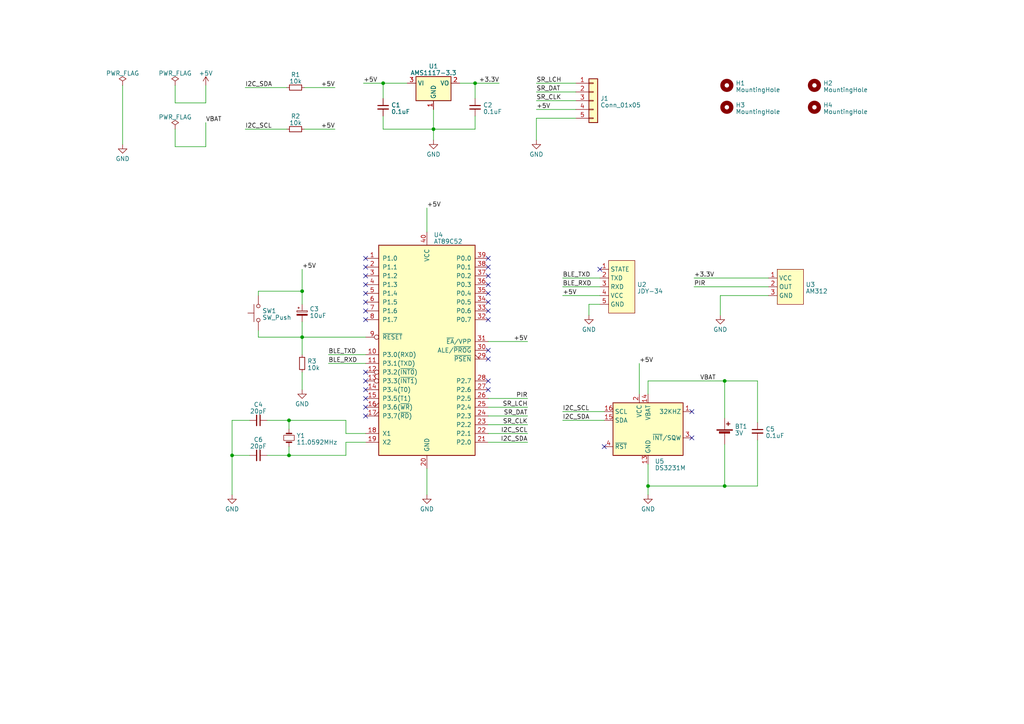
<source format=kicad_sch>
(kicad_sch (version 20230121) (generator eeschema)
  (paper "A4")
  (lib_symbols
    (symbol "Connector_Generic:Conn_01x05" (pin_names (offset 1.016) hide)
      (property "Reference" "J" (at 0 7.62 0))
      (property "Value" "Conn_01x05" (at 0 -7.62 0))
      (symbol "Conn_01x05_1_1"
        (rectangle (start -1.27 -4.953) (end 0 -5.207) (stroke (width 0.1524)))
        (rectangle (start -1.27 -2.413) (end 0 -2.667) (stroke (width 0.1524)))
        (rectangle (start -1.27 0.127) (end 0 -0.127) (stroke (width 0.1524)))
        (rectangle (start -1.27 2.667) (end 0 2.413) (stroke (width 0.1524)))
        (rectangle (start -1.27 5.207) (end 0 4.953) (stroke (width 0.1524)))
        (rectangle (start -1.27 6.35) (end 1.27 -6.35) (stroke (width 0.254)) (fill (type background)))
        (pin passive line (at -5.08 5.08 0) (length 3.81) (name "Pin_1") (number "1"))
        (pin passive line (at -5.08 2.54 0) (length 3.81) (name "Pin_2") (number "2"))
        (pin passive line (at -5.08 0 0) (length 3.81) (name "Pin_3") (number "3"))
        (pin passive line (at -5.08 -2.54 0) (length 3.81) (name "Pin_4") (number "4"))
        (pin passive line (at -5.08 -5.08 0) (length 3.81) (name "Pin_5") (number "5"))
      )
    )
    (symbol "Device:Battery_Cell" (pin_numbers hide) (pin_names (offset 0) hide)
      (property "Reference" "BT" (at 2.54 2.54 0))
      (property "Value" "Battery_Cell" (at 2.54 0 0))
      (symbol "Battery_Cell_0_1"
        (rectangle (start -2.286 1.778) (end 2.286 1.524) (fill (type outline)))
        (rectangle (start -1.5748 1.1938) (end 1.4732 0.6858) (fill (type outline)))
        (polyline (pts (xy 0 0.762) (xy 0 0)))
        (polyline (pts (xy 0 1.778) (xy 0 2.54)))
        (polyline (pts (xy 0.508 3.429) (xy 1.524 3.429)) (stroke (width 0.254)))
        (polyline (pts (xy 1.016 3.937) (xy 1.016 2.921)) (stroke (width 0.254)))
      )
      (symbol "Battery_Cell_1_1"
        (pin passive line (at 0 5.08 270) (length 2.54) (name "+") (number "1"))
        (pin passive line (at 0 -2.54 90) (length 2.54) (name "-") (number "2"))
      )
    )
    (symbol "Device:C_Polarized_Small" (pin_numbers hide) (pin_names (offset 0.254) hide)
      (property "Reference" "C" (at 0.254 1.778 0))
      (property "Value" "C_Polarized_Small" (at 0.254 -2.032 0))
      (symbol "C_Polarized_Small_0_1"
        (rectangle (start -1.524 -0.3048) (end 1.524 -0.6858) (fill (type outline)))
        (rectangle (start -1.524 0.6858) (end 1.524 0.3048))
        (polyline (pts (xy -1.27 1.524) (xy -0.762 1.524)))
        (polyline (pts (xy -1.016 1.27) (xy -1.016 1.778)))
      )
      (symbol "C_Polarized_Small_1_1"
        (pin passive line (at 0 2.54 270) (length 1.8542) (name "~") (number "1"))
        (pin passive line (at 0 -2.54 90) (length 1.8542) (name "~") (number "2"))
      )
    )
    (symbol "Device:C_Small" (pin_numbers hide) (pin_names (offset 0.254) hide)
      (property "Reference" "C" (at 0.254 1.778 0))
      (property "Value" "C_Small" (at 0.254 -2.032 0))
      (symbol "C_Small_0_1"
        (polyline (pts (xy -1.524 -0.508) (xy 1.524 -0.508)) (stroke (width 0.3302)))
        (polyline (pts (xy -1.524 0.508) (xy 1.524 0.508)) (stroke (width 0.3048)))
      )
      (symbol "C_Small_1_1"
        (pin passive line (at 0 2.54 270) (length 2.032) (name "~") (number "1"))
        (pin passive line (at 0 -2.54 90) (length 2.032) (name "~") (number "2"))
      )
    )
    (symbol "Device:Crystal_Small" (pin_numbers hide) (pin_names (offset 1.016) hide)
      (property "Reference" "Y" (at 0 2.54 0))
      (property "Value" "Crystal_Small" (at 0 -2.54 0))
      (symbol "Crystal_Small_0_1"
        (rectangle (start -0.762 -1.524) (end 0.762 1.524))
        (polyline (pts (xy -1.27 -0.762) (xy -1.27 0.762)) (stroke (width 0.381)))
        (polyline (pts (xy 1.27 -0.762) (xy 1.27 0.762)) (stroke (width 0.381)))
      )
      (symbol "Crystal_Small_1_1"
        (pin passive line (at -2.54 0 0) (length 1.27) (name "1") (number "1"))
        (pin passive line (at 2.54 0 180) (length 1.27) (name "2") (number "2"))
      )
    )
    (symbol "Device:R_Small" (pin_numbers hide) (pin_names (offset 0.254) hide)
      (property "Reference" "R" (at 0.762 0.508 0))
      (property "Value" "R_Small" (at 0.762 -1.016 0))
      (symbol "R_Small_0_1"
        (rectangle (start -0.762 1.778) (end 0.762 -1.778) (stroke (width 0.2032)))
      )
      (symbol "R_Small_1_1"
        (pin passive line (at 0 2.54 270) (length 0.762) (name "~") (number "1"))
        (pin passive line (at 0 -2.54 90) (length 0.762) (name "~") (number "2"))
      )
    )
    (symbol "Mechanical:MountingHole" (pin_names (offset 1.016))
      (property "Reference" "H" (at 0 5.08 0))
      (property "Value" "MountingHole" (at 0 3.175 0))
      (symbol "MountingHole_0_1"
        (circle (center 0 0) (radius 1.27) (stroke (width 1.27)))
      )
    )
    (symbol "Nixie_Clock:AM312"
      (property "Reference" "U" (at 0 8.89 0))
      (property "Value" "AM312" (at 0 6.35 0))
      (symbol "AM312_0_1"
        (rectangle (start -3.81 5.08) (end 3.81 -5.08) (fill (type background)))
      )
      (symbol "AM312_1_1"
        (pin power_in line (at -6.35 2.54 0) (length 2.54) (name "VCC") (number "1"))
        (pin output line (at -6.35 0 0) (length 2.54) (name "OUT") (number "2"))
        (pin power_in line (at -6.35 -2.54 0) (length 2.54) (name "GND") (number "3"))
      )
    )
    (symbol "Nixie_Clock:AT89C52" (pin_names (offset 1.016))
      (property "Reference" "U" (at -13.97 31.75 0))
      (property "Value" "AT89C52" (at 8.89 31.75 0))
      (symbol "AT89C52_1_1"
        (rectangle (start -13.97 30.48) (end 13.97 -30.48) (stroke (width 0.254)) (fill (type background)))
        (pin bidirectional line (at -17.78 26.67 0) (length 3.81) (name "P1.0") (number "1"))
        (pin bidirectional line (at -17.78 -1.27 0) (length 3.81) (name "P3.0(RXD)") (number "10"))
        (pin bidirectional line (at -17.78 -3.81 0) (length 3.81) (name "P3.1(TXD)") (number "11"))
        (pin input inverted (at -17.78 -6.35 0) (length 3.81) (name "P3.2(~{INT0})") (number "12"))
        (pin input inverted (at -17.78 -8.89 0) (length 3.81) (name "P3.3(~{INT1})") (number "13"))
        (pin input line (at -17.78 -11.43 0) (length 3.81) (name "P3.4(T0)") (number "14"))
        (pin input line (at -17.78 -13.97 0) (length 3.81) (name "P3.5(T1)") (number "15"))
        (pin output output_low (at -17.78 -16.51 0) (length 3.81) (name "P3.6(~{WR})") (number "16"))
        (pin output output_low (at -17.78 -19.05 0) (length 3.81) (name "P3.7(~{RD})") (number "17"))
        (pin input line (at -17.78 -24.13 0) (length 3.81) (name "X1") (number "18"))
        (pin output line (at -17.78 -26.67 0) (length 3.81) (name "X2") (number "19"))
        (pin bidirectional line (at -17.78 24.13 0) (length 3.81) (name "P1.1") (number "2"))
        (pin power_in line (at 0 -34.29 90) (length 3.81) (name "GND") (number "20"))
        (pin bidirectional line (at 17.78 -26.67 180) (length 3.81) (name "P2.0") (number "21"))
        (pin bidirectional line (at 17.78 -24.13 180) (length 3.81) (name "P2.1") (number "22"))
        (pin bidirectional line (at 17.78 -21.59 180) (length 3.81) (name "P2.2") (number "23"))
        (pin bidirectional line (at 17.78 -19.05 180) (length 3.81) (name "P2.3") (number "24"))
        (pin bidirectional line (at 17.78 -16.51 180) (length 3.81) (name "P2.4") (number "25"))
        (pin bidirectional line (at 17.78 -13.97 180) (length 3.81) (name "P2.5") (number "26"))
        (pin bidirectional line (at 17.78 -11.43 180) (length 3.81) (name "P2.6") (number "27"))
        (pin bidirectional line (at 17.78 -8.89 180) (length 3.81) (name "P2.7") (number "28"))
        (pin output output_low (at 17.78 -2.54 180) (length 3.81) (name "~{PSEN}") (number "29"))
        (pin bidirectional line (at -17.78 21.59 0) (length 3.81) (name "P1.2") (number "3"))
        (pin output line (at 17.78 0 180) (length 3.81) (name "ALE/~{PROG}") (number "30"))
        (pin input line (at 17.78 2.54 180) (length 3.81) (name "~{EA}/VPP") (number "31"))
        (pin bidirectional line (at 17.78 8.89 180) (length 3.81) (name "P0.7") (number "32"))
        (pin bidirectional line (at 17.78 11.43 180) (length 3.81) (name "P0.6") (number "33"))
        (pin bidirectional line (at 17.78 13.97 180) (length 3.81) (name "P0.5") (number "34"))
        (pin bidirectional line (at 17.78 16.51 180) (length 3.81) (name "P0.4") (number "35"))
        (pin bidirectional line (at 17.78 19.05 180) (length 3.81) (name "P0.3") (number "36"))
        (pin bidirectional line (at 17.78 21.59 180) (length 3.81) (name "P0.2") (number "37"))
        (pin bidirectional line (at 17.78 24.13 180) (length 3.81) (name "P0.1") (number "38"))
        (pin bidirectional line (at 17.78 26.67 180) (length 3.81) (name "P0.0") (number "39"))
        (pin bidirectional line (at -17.78 19.05 0) (length 3.81) (name "P1.3") (number "4"))
        (pin power_in line (at 0 34.29 270) (length 3.81) (name "VCC") (number "40"))
        (pin bidirectional line (at -17.78 16.51 0) (length 3.81) (name "P1.4") (number "5"))
        (pin bidirectional line (at -17.78 13.97 0) (length 3.81) (name "P1.5") (number "6"))
        (pin bidirectional line (at -17.78 11.43 0) (length 3.81) (name "P1.6") (number "7"))
        (pin bidirectional line (at -17.78 8.89 0) (length 3.81) (name "P1.7") (number "8"))
        (pin input inverted (at -17.78 3.81 0) (length 3.81) (name "~{RESET}") (number "9"))
      )
    )
    (symbol "Nixie_Clock:JDY-34"
      (property "Reference" "U" (at 0 11.43 0))
      (property "Value" "JDY-34" (at 0 8.89 0))
      (symbol "JDY-34_0_1"
        (rectangle (start -3.81 7.62) (end 3.81 -7.62) (fill (type background)))
      )
      (symbol "JDY-34_1_1"
        (pin output line (at -6.35 5.08 0) (length 2.54) (name "STATE") (number "1"))
        (pin bidirectional line (at -6.35 2.54 0) (length 2.54) (name "TXD") (number "2"))
        (pin bidirectional line (at -6.35 0 0) (length 2.54) (name "RXD") (number "3"))
        (pin power_in line (at -6.35 -2.54 0) (length 2.54) (name "VCC") (number "4"))
        (pin power_in line (at -6.35 -5.08 0) (length 2.54) (name "GND") (number "5"))
      )
    )
    (symbol "Regulator_Linear:AMS1117-3.3"
      (property "Reference" "U" (at -3.81 3.175 0))
      (property "Value" "AMS1117-3.3" (at 0 3.175 0))
      (symbol "AMS1117-3.3_0_1"
        (rectangle (start -5.08 -5.08) (end 5.08 1.905) (stroke (width 0.254)) (fill (type background)))
      )
      (symbol "AMS1117-3.3_1_1"
        (pin power_in line (at 0 -7.62 90) (length 2.54) (name "GND") (number "1"))
        (pin power_out line (at 7.62 0 180) (length 2.54) (name "VO") (number "2"))
        (pin power_in line (at -7.62 0 0) (length 2.54) (name "VI") (number "3"))
      )
    )
    (symbol "Switch:SW_Push" (pin_numbers hide) (pin_names (offset 1.016) hide)
      (property "Reference" "SW" (at 1.27 2.54 0))
      (property "Value" "SW_Push" (at 0 -1.524 0))
      (symbol "SW_Push_0_1"
        (circle (center -2.032 0) (radius 0.508))
        (polyline (pts (xy 0 1.27) (xy 0 3.048)))
        (polyline (pts (xy 2.54 1.27) (xy -2.54 1.27)))
        (circle (center 2.032 0) (radius 0.508))
        (pin passive line (at -5.08 0 0) (length 2.54) (name "1") (number "1"))
        (pin passive line (at 5.08 0 180) (length 2.54) (name "2") (number "2"))
      )
    )
    (symbol "Timer_RTC:DS3231M"
      (property "Reference" "U" (at -7.62 8.89 0))
      (property "Value" "DS3231M" (at 10.16 8.89 0))
      (symbol "DS3231M_0_1"
        (rectangle (start -10.16 7.62) (end 10.16 -7.62) (stroke (width 0.254)) (fill (type background)))
      )
      (symbol "DS3231M_1_1"
        (pin open_collector line (at 12.7 5.08 180) (length 2.54) (name "32KHZ") (number "1"))
        (pin passive line (at 0 -10.16 90) (length 2.54) hide (name "GND") (number "10"))
        (pin passive line (at 0 -10.16 90) (length 2.54) hide (name "GND") (number "11"))
        (pin passive line (at 0 -10.16 90) (length 2.54) hide (name "GND") (number "12"))
        (pin power_in line (at 0 -10.16 90) (length 2.54) (name "GND") (number "13"))
        (pin power_in line (at 0 10.16 270) (length 2.54) (name "VBAT") (number "14"))
        (pin bidirectional line (at -12.7 2.54 0) (length 2.54) (name "SDA") (number "15"))
        (pin input line (at -12.7 5.08 0) (length 2.54) (name "SCL") (number "16"))
        (pin power_in line (at -2.54 10.16 270) (length 2.54) (name "VCC") (number "2"))
        (pin open_collector line (at 12.7 -2.54 180) (length 2.54) (name "~{INT}/SQW") (number "3"))
        (pin bidirectional line (at -12.7 -5.08 0) (length 2.54) (name "~{RST}") (number "4"))
        (pin passive line (at 0 -10.16 90) (length 2.54) hide (name "GND") (number "5"))
        (pin passive line (at 0 -10.16 90) (length 2.54) hide (name "GND") (number "6"))
        (pin passive line (at 0 -10.16 90) (length 2.54) hide (name "GND") (number "7"))
        (pin passive line (at 0 -10.16 90) (length 2.54) hide (name "GND") (number "8"))
        (pin passive line (at 0 -10.16 90) (length 2.54) hide (name "GND") (number "9"))
      )
    )
    (symbol "power:+5V" (power) (pin_names (offset 0))
      (property "Value" "+5V" (at 0 3.556 0))
      (symbol "+5V_0_1"
        (polyline (pts (xy -0.762 1.27) (xy 0 2.54)))
        (polyline (pts (xy 0 0) (xy 0 2.54)))
        (polyline (pts (xy 0 2.54) (xy 0.762 1.27)))
      )
      (symbol "+5V_1_1"
        (pin power_in line (at 0 0 90) (length 0) hide (name "+5V") (number "1"))
      )
    )
    (symbol "power:GND" (power) (pin_names (offset 0))
      (property "Value" "GND" (at 0 -3.81 0))
      (symbol "GND_0_1"
        (polyline (pts (xy 0 0) (xy 0 -1.27) (xy 1.27 -1.27) (xy 0 -2.54) (xy -1.27 -1.27) (xy 0 -1.27)))
      )
      (symbol "GND_1_1"
        (pin power_in line (at 0 0 270) (length 0) hide (name "GND") (number "1"))
      )
    )
    (symbol "power:PWR_FLAG" (power) (pin_numbers hide) (pin_names (offset 0) hide)
      (property "Value" "PWR_FLAG" (at 0 3.81 0))
      (symbol "PWR_FLAG_0_0"
        (pin power_out line (at 0 0 90) (length 0) (name "pwr") (number "1"))
      )
      (symbol "PWR_FLAG_0_1"
        (polyline (pts (xy 0 0) (xy 0 1.27) (xy -1.016 1.905) (xy 0 2.54) (xy 1.016 1.905) (xy 0 1.27)))
      )
    )
  )
  (junction (at 87.63 97.79))
  (junction (at 83.82 132.08))
  (junction (at 210.185 140.97))
  (junction (at 210.185 110.49))
  (junction (at 125.73 37.465))
  (junction (at 87.63 84.455))
  (junction (at 67.31 132.08))
  (junction (at 137.795 24.13))
  (junction (at 83.82 121.92))
  (junction (at 187.96 140.97))
  (junction (at 111.125 24.13))
  (no_connect (at 141.605 80.01))
  (no_connect (at 106.045 92.71))
  (no_connect (at 175.26 129.54))
  (no_connect (at 141.605 77.47))
  (no_connect (at 106.045 107.95))
  (no_connect (at 106.045 85.09))
  (no_connect (at 106.045 113.03))
  (no_connect (at 173.99 78.105))
  (no_connect (at 106.045 87.63))
  (no_connect (at 141.605 101.6))
  (no_connect (at 106.045 74.93))
  (no_connect (at 141.605 74.93))
  (no_connect (at 141.605 113.03))
  (no_connect (at 141.605 87.63))
  (no_connect (at 141.605 92.71))
  (no_connect (at 141.605 90.17))
  (no_connect (at 106.045 82.55))
  (no_connect (at 106.045 77.47))
  (no_connect (at 141.605 110.49))
  (no_connect (at 106.045 118.11))
  (no_connect (at 200.66 127))
  (no_connect (at 141.605 104.14))
  (no_connect (at 106.045 90.17))
  (no_connect (at 106.045 110.49))
  (no_connect (at 106.045 80.01))
  (no_connect (at 141.605 85.09))
  (no_connect (at 141.605 82.55))
  (no_connect (at 106.045 120.65))
  (no_connect (at 106.045 115.57))
  (no_connect (at 200.66 119.38))
  (wire (pts (xy 163.195 83.185) (xy 173.99 83.185)))
  (wire (pts (xy 173.99 88.265) (xy 170.815 88.265)))
  (wire (pts (xy 137.795 24.13) (xy 137.795 28.575)))
  (wire (pts (xy 87.63 97.79) (xy 106.045 97.79)))
  (wire (pts (xy 95.25 105.41) (xy 106.045 105.41)))
  (wire (pts (xy 137.795 33.655) (xy 137.795 37.465)))
  (wire (pts (xy 83.82 129.54) (xy 83.82 132.08)))
  (wire (pts (xy 88.265 37.465) (xy 97.155 37.465)))
  (wire (pts (xy 163.195 121.92) (xy 175.26 121.92)))
  (wire (pts (xy 125.73 37.465) (xy 125.73 40.64)))
  (wire (pts (xy 87.63 97.79) (xy 74.93 97.79)))
  (wire (pts (xy 210.185 140.97) (xy 219.71 140.97)))
  (wire (pts (xy 155.575 29.21) (xy 167.005 29.21)))
  (wire (pts (xy 185.42 105.41) (xy 185.42 114.3)))
  (wire (pts (xy 74.93 84.455) (xy 74.93 85.725)))
  (wire (pts (xy 77.47 121.92) (xy 83.82 121.92)))
  (wire (pts (xy 71.12 25.4) (xy 83.185 25.4)))
  (wire (pts (xy 155.575 34.29) (xy 167.005 34.29)))
  (wire (pts (xy 137.795 37.465) (xy 125.73 37.465)))
  (wire (pts (xy 210.185 110.49) (xy 210.185 121.285)))
  (wire (pts (xy 125.73 31.75) (xy 125.73 37.465)))
  (wire (pts (xy 83.82 121.92) (xy 100.33 121.92)))
  (wire (pts (xy 87.63 97.79) (xy 87.63 102.87)))
  (wire (pts (xy 219.71 122.555) (xy 219.71 110.49)))
  (wire (pts (xy 88.265 25.4) (xy 97.155 25.4)))
  (wire (pts (xy 137.795 24.13) (xy 144.78 24.13)))
  (wire (pts (xy 87.63 78.105) (xy 87.63 84.455)))
  (wire (pts (xy 187.96 114.3) (xy 187.96 110.49)))
  (wire (pts (xy 141.605 128.27) (xy 153.035 128.27)))
  (wire (pts (xy 155.575 24.13) (xy 167.005 24.13)))
  (wire (pts (xy 105.41 24.13) (xy 111.125 24.13)))
  (wire (pts (xy 111.125 24.13) (xy 118.11 24.13)))
  (wire (pts (xy 71.12 37.465) (xy 83.185 37.465)))
  (wire (pts (xy 59.69 42.545) (xy 59.69 35.56)))
  (wire (pts (xy 72.39 121.92) (xy 67.31 121.92)))
  (wire (pts (xy 210.185 140.97) (xy 187.96 140.97)))
  (wire (pts (xy 163.195 80.645) (xy 173.99 80.645)))
  (wire (pts (xy 141.605 115.57) (xy 153.035 115.57)))
  (wire (pts (xy 173.99 85.725) (xy 163.195 85.725)))
  (wire (pts (xy 83.82 132.08) (xy 100.33 132.08)))
  (wire (pts (xy 87.63 84.455) (xy 87.63 88.265)))
  (wire (pts (xy 100.33 121.92) (xy 100.33 125.73)))
  (wire (pts (xy 155.575 26.67) (xy 167.005 26.67)))
  (wire (pts (xy 123.825 60.325) (xy 123.825 67.31)))
  (wire (pts (xy 141.605 125.73) (xy 153.035 125.73)))
  (wire (pts (xy 219.71 110.49) (xy 210.185 110.49)))
  (wire (pts (xy 222.885 85.725) (xy 208.915 85.725)))
  (wire (pts (xy 187.96 134.62) (xy 187.96 140.97)))
  (wire (pts (xy 67.31 121.92) (xy 67.31 132.08)))
  (wire (pts (xy 95.25 102.87) (xy 106.045 102.87)))
  (wire (pts (xy 170.815 88.265) (xy 170.815 91.44)))
  (wire (pts (xy 83.82 121.92) (xy 83.82 124.46)))
  (wire (pts (xy 106.045 128.27) (xy 100.33 128.27)))
  (wire (pts (xy 50.8 42.545) (xy 59.69 42.545)))
  (wire (pts (xy 201.295 83.185) (xy 222.885 83.185)))
  (wire (pts (xy 163.195 119.38) (xy 175.26 119.38)))
  (wire (pts (xy 210.185 128.905) (xy 210.185 140.97)))
  (wire (pts (xy 111.125 24.13) (xy 111.125 28.575)))
  (wire (pts (xy 219.71 127.635) (xy 219.71 140.97)))
  (wire (pts (xy 35.56 24.765) (xy 35.56 41.91)))
  (wire (pts (xy 123.825 135.89) (xy 123.825 143.51)))
  (wire (pts (xy 155.575 31.75) (xy 167.005 31.75)))
  (wire (pts (xy 155.575 34.29) (xy 155.575 40.64)))
  (wire (pts (xy 187.96 110.49) (xy 210.185 110.49)))
  (wire (pts (xy 50.8 24.765) (xy 50.8 29.845)))
  (wire (pts (xy 100.33 125.73) (xy 106.045 125.73)))
  (wire (pts (xy 50.8 37.465) (xy 50.8 42.545)))
  (wire (pts (xy 67.31 132.08) (xy 67.31 143.51)))
  (wire (pts (xy 50.8 29.845) (xy 59.69 29.845)))
  (wire (pts (xy 208.915 85.725) (xy 208.915 91.44)))
  (wire (pts (xy 141.605 99.06) (xy 153.035 99.06)))
  (wire (pts (xy 141.605 123.19) (xy 153.035 123.19)))
  (wire (pts (xy 133.35 24.13) (xy 137.795 24.13)))
  (wire (pts (xy 100.33 128.27) (xy 100.33 132.08)))
  (wire (pts (xy 77.47 132.08) (xy 83.82 132.08)))
  (wire (pts (xy 59.69 24.765) (xy 59.69 29.845)))
  (wire (pts (xy 67.31 132.08) (xy 72.39 132.08)))
  (wire (pts (xy 111.125 37.465) (xy 125.73 37.465)))
  (wire (pts (xy 87.63 93.345) (xy 87.63 97.79)))
  (wire (pts (xy 141.605 118.11) (xy 153.035 118.11)))
  (wire (pts (xy 111.125 33.655) (xy 111.125 37.465)))
  (wire (pts (xy 187.96 140.97) (xy 187.96 143.51)))
  (wire (pts (xy 141.605 120.65) (xy 153.035 120.65)))
  (wire (pts (xy 74.93 95.885) (xy 74.93 97.79)))
  (wire (pts (xy 87.63 84.455) (xy 74.93 84.455)))
  (wire (pts (xy 87.63 107.95) (xy 87.63 113.03)))
  (wire (pts (xy 222.885 80.645) (xy 201.295 80.645)))
  (label "+5V" (at 87.63 78.105 0))
  (label "SR_LCH" (at 153.035 118.11 180))
  (label "SR_DAT" (at 155.575 26.67 0))
  (label "VBAT" (at 207.645 110.49 180))
  (label "SR_CLK" (at 153.035 123.19 180))
  (label "+5V" (at 97.155 25.4 180))
  (label "SR_DAT" (at 153.035 120.65 180))
  (label "I2C_SDA" (at 163.195 121.92 0))
  (label "BLE_RXD" (at 95.25 105.41 0))
  (label "+5V" (at 105.41 24.13 0))
  (label "PIR" (at 201.295 83.185 0))
  (label "SR_LCH" (at 155.575 24.13 0))
  (label "I2C_SCL" (at 71.12 37.465 0))
  (label "BLE_TXD" (at 95.25 102.87 0))
  (label "BLE_RXD" (at 163.195 83.185 0))
  (label "+5V" (at 163.195 85.725 0))
  (label "+5V" (at 153.035 99.06 180))
  (label "I2C_SCL" (at 153.035 125.73 180))
  (label "+3.3V" (at 144.78 24.13 180))
  (label "BLE_TXD" (at 163.195 80.645 0))
  (label "I2C_SDA" (at 71.12 25.4 0))
  (label "SR_CLK" (at 155.575 29.21 0))
  (label "VBAT" (at 59.69 35.56 0))
  (label "+5V" (at 185.42 105.41 0))
  (label "PIR" (at 153.035 115.57 180))
  (label "+3.3V" (at 201.295 80.645 0))
  (label "+5V" (at 123.825 60.325 0))
  (label "+5V" (at 97.155 37.465 180))
  (label "I2C_SDA" (at 153.035 128.27 180))
  (label "I2C_SCL" (at 163.195 119.38 0))
  (label "+5V" (at 155.575 31.75 0))
  (symbol (lib_id "Device:C_Polarized_Small") (at 87.63 90.805 0) (unit 1)
    (property "Reference" "C3" (at 89.789 89.6152 0) (effects (justify left)))
    (property "Value" "10uF" (at 89.789 91.5362 0) (effects (justify left)))
    (property "Footprint" "Capacitor_THT:CP_Radial_D5.0mm_P2.50mm" (effects hide))
  )
  (symbol (lib_id "power:PWR_FLAG") (at 50.8 24.765 0) (unit 1)
    (property "Reference" "#FLG02" (effects hide))
    (property "Value" "PWR_FLAG" (at 50.8 21.2631 0))
  )
  (symbol (lib_id "power:GND") (at 87.63 113.03 0) (unit 1)
    (property "Reference" "#PWR07" (effects hide))
    (property "Value" "GND" (at 87.63 117.1655 0))
  )
  (symbol (lib_id "Connector_Generic:Conn_01x05") (at 172.085 29.21 0) (unit 1)
    (property "Reference" "J1" (at 174.117 28.5663 0) (effects (justify left)))
    (property "Value" "Conn_01x05" (at 174.117 30.4873 0) (effects (justify left)))
    (property "Footprint" "Connector_PinHeader_2.54mm:PinHeader_1x05_P2.54mm_Vertical" (effects hide))
  )
  (symbol (lib_id "Device:C_Small") (at 111.125 31.115 0) (unit 1)
    (property "Reference" "C1" (at 113.4491 30.4776 0) (effects (justify left)))
    (property "Value" "0.1uF" (at 113.4491 32.3986 0) (effects (justify left)))
    (property "Footprint" "Capacitor_THT:C_Disc_D3.0mm_W2.0mm_P2.50mm" (effects hide))
  )
  (symbol (lib_id "Device:R_Small") (at 87.63 105.41 0) (unit 1)
    (property "Reference" "R3" (at 89.1286 104.7663 0) (effects (justify left)))
    (property "Value" "10k" (at 89.1286 106.6873 0) (effects (justify left)))
    (property "Footprint" "Resistor_THT:R_Axial_DIN0204_L3.6mm_D1.6mm_P5.08mm_Horizontal" (effects hide))
  )
  (symbol (lib_id "Mechanical:MountingHole") (at 236.22 24.765 0) (unit 1)
    (property "Reference" "H2" (at 238.76 24.1213 0) (effects (justify left)))
    (property "Value" "MountingHole" (at 238.76 26.0423 0) (effects (justify left)))
    (property "Footprint" "MountingHole:MountingHole_3.2mm_M3" (effects hide))
  )
  (symbol (lib_id "power:+5V") (at 59.69 24.765 0) (unit 1)
    (property "Reference" "#PWR01" (effects hide))
    (property "Value" "+5V" (at 59.69 21.2631 0))
  )
  (symbol (lib_id "power:GND") (at 125.73 40.64 0) (unit 1)
    (property "Reference" "#PWR02" (effects hide))
    (property "Value" "GND" (at 125.73 44.7755 0))
  )
  (symbol (lib_id "Mechanical:MountingHole") (at 236.22 31.115 0) (unit 1)
    (property "Reference" "H4" (at 238.76 30.4713 0) (effects (justify left)))
    (property "Value" "MountingHole" (at 238.76 32.3923 0) (effects (justify left)))
    (property "Footprint" "MountingHole:MountingHole_3.2mm_M3" (effects hide))
  )
  (symbol (lib_id "Device:C_Small") (at 137.795 31.115 0) (unit 1)
    (property "Reference" "C2" (at 140.1191 30.4776 0) (effects (justify left)))
    (property "Value" "0.1uF" (at 140.1191 32.3986 0) (effects (justify left)))
    (property "Footprint" "Capacitor_THT:C_Disc_D3.0mm_W2.0mm_P2.50mm" (effects hide))
  )
  (symbol (lib_id "power:GND") (at 35.56 41.91 0) (unit 1)
    (property "Reference" "#PWR04" (effects hide))
    (property "Value" "GND" (at 35.56 46.0455 0))
  )
  (symbol (lib_id "Device:C_Small") (at 74.93 132.08 270) (mirror x) (unit 1)
    (property "Reference" "C6" (at 74.9237 127.508 90))
    (property "Value" "20pF" (at 74.9237 129.429 90))
    (property "Footprint" "Capacitor_THT:C_Disc_D3.0mm_W2.0mm_P2.50mm" (effects hide))
  )
  (symbol (lib_id "power:PWR_FLAG") (at 50.8 37.465 0) (unit 1)
    (property "Reference" "#FLG03" (effects hide))
    (property "Value" "PWR_FLAG" (at 50.8 33.9631 0))
  )
  (symbol (lib_id "Device:C_Small") (at 74.93 121.92 270) (unit 1)
    (property "Reference" "C4" (at 74.9236 117.348 90))
    (property "Value" "20pF" (at 74.9236 119.269 90))
    (property "Footprint" "Capacitor_THT:C_Disc_D3.0mm_W2.0mm_P2.50mm" (effects hide))
  )
  (symbol (lib_id "power:GND") (at 67.31 143.51 0) (unit 1)
    (property "Reference" "#PWR08" (effects hide))
    (property "Value" "GND" (at 67.31 147.6455 0))
  )
  (symbol (lib_id "Nixie_Clock:AT89C52") (at 123.825 101.6 0) (unit 1)
    (property "Reference" "U4" (at 125.7809 68.1101 0) (effects (justify left)))
    (property "Value" "AT89C52" (at 125.7809 70.0311 0) (effects (justify left)))
    (property "Footprint" "Package_DIP:DIP-40_W15.24mm" (effects hide))
  )
  (symbol (lib_id "Mechanical:MountingHole") (at 210.82 24.765 0) (unit 1)
    (property "Reference" "H1" (at 213.36 24.1213 0) (effects (justify left)))
    (property "Value" "MountingHole" (at 213.36 26.0423 0) (effects (justify left)))
    (property "Footprint" "MountingHole:MountingHole_3.2mm_M3" (effects hide))
  )
  (symbol (lib_id "Device:R_Small") (at 85.725 37.465 90) (unit 1)
    (property "Reference" "R2" (at 85.725 33.7185 90))
    (property "Value" "10k" (at 85.725 35.6395 90))
    (property "Footprint" "Resistor_THT:R_Axial_DIN0204_L3.6mm_D1.6mm_P5.08mm_Horizontal" (effects hide))
  )
  (symbol (lib_id "power:GND") (at 155.575 40.64 0) (unit 1)
    (property "Reference" "#PWR03" (effects hide))
    (property "Value" "GND" (at 155.575 44.7755 0))
  )
  (symbol (lib_id "Device:Battery_Cell") (at 210.185 126.365 0) (unit 1)
    (property "Reference" "BT1" (at 213.106 123.6893 0) (effects (justify left)))
    (property "Value" "3V" (at 213.106 125.6103 0) (effects (justify left)))
    (property "Footprint" "Battery:BatteryHolder_Keystone_1058_1x2032" (effects hide))
  )
  (symbol (lib_id "power:PWR_FLAG") (at 35.56 24.765 0) (unit 1)
    (property "Reference" "#FLG01" (effects hide))
    (property "Value" "PWR_FLAG" (at 35.56 21.2631 0))
  )
  (symbol (lib_id "power:GND") (at 208.915 91.44 0) (unit 1)
    (property "Reference" "#PWR06" (effects hide))
    (property "Value" "GND" (at 208.915 95.5755 0))
  )
  (symbol (lib_id "Mechanical:MountingHole") (at 210.82 31.115 0) (unit 1)
    (property "Reference" "H3" (at 213.36 30.4713 0) (effects (justify left)))
    (property "Value" "MountingHole" (at 213.36 32.3923 0) (effects (justify left)))
    (property "Footprint" "MountingHole:MountingHole_3.2mm_M3" (effects hide))
  )
  (symbol (lib_id "Nixie_Clock:AM312") (at 229.235 83.185 0) (unit 1)
    (property "Reference" "U3" (at 233.68 82.5413 0) (effects (justify left)))
    (property "Value" "AM312" (at 233.68 84.4623 0) (effects (justify left)))
    (property "Footprint" "Connector_PinSocket_2.54mm:PinSocket_1x03_P2.54mm_Vertical" (effects hide))
  )
  (symbol (lib_id "Device:R_Small") (at 85.725 25.4 90) (unit 1)
    (property "Reference" "R1" (at 85.725 21.6535 90))
    (property "Value" "10k" (at 85.725 23.5745 90))
    (property "Footprint" "Resistor_THT:R_Axial_DIN0204_L3.6mm_D1.6mm_P5.08mm_Horizontal" (effects hide))
  )
  (symbol (lib_id "Regulator_Linear:AMS1117-3.3") (at 125.73 24.13 0) (unit 1)
    (property "Reference" "U1" (at 125.73 19.2151 0))
    (property "Value" "AMS1117-3.3" (at 125.73 21.1361 0))
    (property "Footprint" "Package_TO_SOT_SMD:SOT-223-3_TabPin2" (effects hide))
    (property "Datasheet" "http://www.advanced-monolithic.com/pdf/ds1117.pdf" (effects hide))
  )
  (symbol (lib_id "Device:C_Small") (at 219.71 125.095 0) (unit 1)
    (property "Reference" "C5" (at 222.0341 124.4576 0) (effects (justify left)))
    (property "Value" "0.1uF" (at 222.0341 126.3786 0) (effects (justify left)))
    (property "Footprint" "Capacitor_THT:C_Disc_D3.0mm_W2.0mm_P2.50mm" (effects hide))
  )
  (symbol (lib_id "Timer_RTC:DS3231M") (at 187.96 124.46 0) (unit 1)
    (property "Reference" "U5" (at 189.9159 133.8025 0) (effects (justify left)))
    (property "Value" "DS3231M" (at 189.9159 135.7235 0) (effects (justify left)))
    (property "Footprint" "Package_SO:SOIC-16W_7.5x10.3mm_P1.27mm" (effects hide))
    (property "Datasheet" "http://datasheets.maximintegrated.com/en/ds/DS3231.pdf" (effects hide))
  )
  (symbol (lib_id "power:GND") (at 187.96 143.51 0) (unit 1)
    (property "Reference" "#PWR010" (effects hide))
    (property "Value" "GND" (at 187.96 147.6455 0))
  )
  (symbol (lib_id "Switch:SW_Push") (at 74.93 90.805 90) (mirror x) (unit 1)
    (property "Reference" "SW1" (at 76.073 90.1613 90) (effects (justify right)))
    (property "Value" "SW_Push" (at 76.073 92.0823 90) (effects (justify right)))
    (property "Footprint" "Button_Switch_SMD:SW_SPST_FSMSM" (effects hide))
  )
  (symbol (lib_id "Device:Crystal_Small") (at 83.82 127 90) (unit 1)
    (property "Reference" "Y1" (at 85.979 126.3563 90) (effects (justify right)))
    (property "Value" "11.0592MHz" (at 85.979 128.2773 90) (effects (justify right)))
    (property "Footprint" "Crystal:Crystal_HC18-U_Vertical" (effects hide))
  )
  (symbol (lib_id "power:GND") (at 170.815 91.44 0) (unit 1)
    (property "Reference" "#PWR05" (effects hide))
    (property "Value" "GND" (at 170.815 95.5755 0))
  )
  (symbol (lib_id "Nixie_Clock:JDY-34") (at 180.34 83.185 0) (unit 1)
    (property "Reference" "U2" (at 184.785 82.5413 0) (effects (justify left)))
    (property "Value" "JDY-34" (at 184.785 84.4623 0) (effects (justify left)))
    (property "Footprint" "Connector_PinSocket_2.54mm:PinSocket_1x05_P2.54mm_Vertical" (effects hide))
  )
  (symbol (lib_id "power:GND") (at 123.825 143.51 0) (unit 1)
    (property "Reference" "#PWR09" (effects hide))
    (property "Value" "GND" (at 123.825 147.6455 0))
  )
)
</source>
